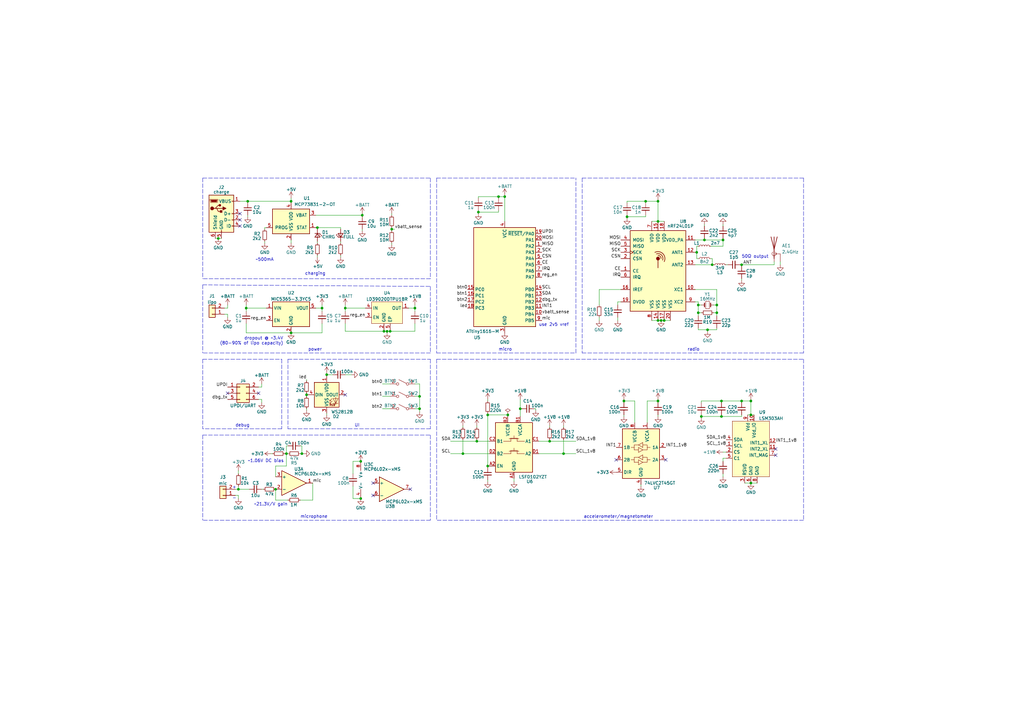
<source format=kicad_sch>
(kicad_sch (version 20211123) (generator eeschema)
  (paper "A3")
  (junction (at 119.38 82.55))
  (junction (at 141.605 126.365))
  (junction (at 296.545 98.425))
  (junction (at 269.875 90.805))
  (junction (at 287.655 170.815))
  (junction (at 147.955 204.47))
  (junction (at 200.025 191.135))
  (junction (at 147.955 189.23))
  (junction (at 113.03 200.66))
  (junction (at 189.865 186.055))
  (junction (at 294.005 125.095))
  (junction (at 123.825 186.055))
  (junction (at 225.425 180.975))
  (junction (at 89.535 97.79))
  (junction (at 170.18 126.365))
  (junction (at 125.73 161.925))
  (junction (at 207.01 80.645))
  (junction (at 101.6 82.55))
  (junction (at 231.14 186.055))
  (junction (at 257.175 88.9))
  (junction (at 172.085 162.56))
  (junction (at 290.195 135.255))
  (junction (at 271.145 131.445))
  (junction (at 133.985 153.67))
  (junction (at 288.925 98.425))
  (junction (at 269.875 82.55))
  (junction (at 307.975 164.465))
  (junction (at 269.875 164.465))
  (junction (at 117.475 186.055))
  (junction (at 285.75 103.505))
  (junction (at 195.58 180.975))
  (junction (at 264.795 82.55))
  (junction (at 160.02 135.89))
  (junction (at 97.79 200.66))
  (junction (at 119.38 136.525))
  (junction (at 286.385 125.095))
  (junction (at 269.875 131.445))
  (junction (at 100.965 126.365))
  (junction (at 272.415 131.445))
  (junction (at 196.215 86.995))
  (junction (at 304.165 164.465))
  (junction (at 130.175 93.345))
  (junction (at 307.975 170.18))
  (junction (at 295.91 170.815))
  (junction (at 172.085 167.64))
  (junction (at 148.59 88.265))
  (junction (at 307.975 198.12))
  (junction (at 294.005 128.27))
  (junction (at 255.905 164.465))
  (junction (at 158.75 135.89))
  (junction (at 204.47 80.645))
  (junction (at 132.08 126.365))
  (junction (at 292.1 108.585))
  (junction (at 304.165 108.585))
  (junction (at 157.48 135.89))
  (junction (at 295.91 164.465))
  (junction (at 200.025 170.18))
  (junction (at 213.36 167.64))
  (junction (at 286.385 128.27))
  (junction (at 160.655 93.98))
  (junction (at 208.28 170.18))
  (no_connect (at 93.345 161.29))
  (no_connect (at 153.035 198.12))
  (no_connect (at 153.035 203.2))
  (no_connect (at 168.275 200.66))
  (no_connect (at 141.605 161.925))
  (no_connect (at 106.045 161.29))
  (no_connect (at 318.135 186.69))
  (no_connect (at 318.135 184.15))
  (no_connect (at 98.425 87.63))
  (no_connect (at 98.425 92.71))
  (no_connect (at 98.425 90.17))
  (no_connect (at 273.05 188.595))
  (no_connect (at 252.73 188.595))
  (wire (pts (xy 148.59 88.265) (xy 148.59 88.9)))
  (wire (pts (xy 172.085 167.64) (xy 170.18 167.64)))
  (wire (pts (xy 285.75 106.045) (xy 286.385 106.045)))
  (wire (pts (xy 294.005 129.54) (xy 294.005 128.27)))
  (wire (pts (xy 89.535 97.79) (xy 90.805 97.79)))
  (wire (pts (xy 208.28 170.18) (xy 200.025 170.18)))
  (wire (pts (xy 304.165 170.815) (xy 304.165 170.18)))
  (wire (pts (xy 294.005 118.745) (xy 294.005 125.095)))
  (wire (pts (xy 257.175 82.55) (xy 264.795 82.55)))
  (wire (pts (xy 141.605 126.365) (xy 141.605 127.635)))
  (wire (pts (xy 291.465 106.045) (xy 292.1 106.045)))
  (wire (pts (xy 118.11 205.105) (xy 113.03 205.105)))
  (wire (pts (xy 257.175 88.265) (xy 257.175 88.9)))
  (wire (pts (xy 285.115 108.585) (xy 292.1 108.585)))
  (wire (pts (xy 107.315 157.48) (xy 107.315 158.75)))
  (wire (pts (xy 108.585 93.345) (xy 109.22 93.345)))
  (wire (pts (xy 307.975 164.465) (xy 307.975 170.18)))
  (wire (pts (xy 267.335 131.445) (xy 269.875 131.445)))
  (wire (pts (xy 132.08 125.095) (xy 132.08 126.365)))
  (wire (pts (xy 196.215 81.28) (xy 196.215 80.645)))
  (wire (pts (xy 97.79 193.04) (xy 97.79 194.31)))
  (wire (pts (xy 285.115 103.505) (xy 285.75 103.505)))
  (wire (pts (xy 285.115 123.825) (xy 286.385 123.825)))
  (wire (pts (xy 107.315 163.83) (xy 106.045 163.83)))
  (wire (pts (xy 172.085 167.64) (xy 172.085 168.91)))
  (wire (pts (xy 130.175 93.345) (xy 139.7 93.345)))
  (wire (pts (xy 255.905 164.465) (xy 260.35 164.465)))
  (wire (pts (xy 139.7 99.06) (xy 139.7 99.695)))
  (wire (pts (xy 101.6 88.265) (xy 101.6 88.9)))
  (wire (pts (xy 306.705 170.18) (xy 307.975 170.18)))
  (wire (pts (xy 287.655 170.815) (xy 295.91 170.815)))
  (wire (pts (xy 269.875 131.445) (xy 271.145 131.445)))
  (wire (pts (xy 271.145 131.445) (xy 272.415 131.445)))
  (wire (pts (xy 200.025 169.545) (xy 200.025 170.18)))
  (wire (pts (xy 157.48 135.89) (xy 157.48 135.255)))
  (wire (pts (xy 262.89 198.755) (xy 262.89 199.39)))
  (polyline (pts (xy 329.565 147.32) (xy 329.565 213.36)))
  (wire (pts (xy 125.73 161.925) (xy 125.73 161.29)))
  (wire (pts (xy 286.385 134.62) (xy 286.385 135.255)))
  (wire (pts (xy 139.7 93.98) (xy 139.7 93.345)))
  (wire (pts (xy 123.825 182.88) (xy 123.825 186.055)))
  (wire (pts (xy 287.655 125.095) (xy 286.385 125.095)))
  (wire (pts (xy 160.02 135.255) (xy 160.02 135.89)))
  (wire (pts (xy 305.435 198.12) (xy 307.975 198.12)))
  (wire (pts (xy 144.78 199.39) (xy 144.78 204.47)))
  (wire (pts (xy 225.425 180.975) (xy 220.98 180.975)))
  (wire (pts (xy 254.635 123.825) (xy 253.365 123.825)))
  (polyline (pts (xy 83.185 73.025) (xy 83.185 114.3)))
  (wire (pts (xy 184.785 186.055) (xy 189.865 186.055)))
  (wire (pts (xy 133.985 153.67) (xy 133.985 153.035)))
  (wire (pts (xy 129.54 126.365) (xy 132.08 126.365)))
  (wire (pts (xy 285.115 98.425) (xy 288.925 98.425)))
  (wire (pts (xy 296.545 98.425) (xy 296.545 97.79)))
  (wire (pts (xy 136.525 153.67) (xy 133.985 153.67)))
  (polyline (pts (xy 176.53 114.3) (xy 83.185 114.3)))
  (wire (pts (xy 296.545 194.31) (xy 296.545 195.58)))
  (wire (pts (xy 100.965 125.095) (xy 100.965 126.365)))
  (wire (pts (xy 291.465 100.965) (xy 296.545 100.965)))
  (wire (pts (xy 129.54 88.265) (xy 148.59 88.265)))
  (wire (pts (xy 269.875 90.805) (xy 272.415 90.805)))
  (wire (pts (xy 125.73 167.64) (xy 125.73 168.275)))
  (wire (pts (xy 141.605 153.67) (xy 144.145 153.67)))
  (wire (pts (xy 133.985 170.18) (xy 133.985 169.545)))
  (wire (pts (xy 107.315 158.75) (xy 106.045 158.75)))
  (wire (pts (xy 130.175 104.775) (xy 130.175 105.41)))
  (wire (pts (xy 117.475 186.055) (xy 117.475 191.135)))
  (wire (pts (xy 257.175 88.9) (xy 257.175 89.535)))
  (wire (pts (xy 158.75 136.525) (xy 158.75 135.89)))
  (wire (pts (xy 113.03 195.58) (xy 113.03 191.135)))
  (wire (pts (xy 231.14 174.625) (xy 231.14 175.26)))
  (wire (pts (xy 307.975 164.465) (xy 307.975 163.83)))
  (polyline (pts (xy 83.185 147.32) (xy 115.57 147.32)))
  (wire (pts (xy 292.1 108.585) (xy 292.735 108.585)))
  (wire (pts (xy 118.11 182.88) (xy 117.475 182.88)))
  (wire (pts (xy 97.79 200.66) (xy 102.235 200.66)))
  (wire (pts (xy 269.875 170.18) (xy 269.875 170.815)))
  (wire (pts (xy 317.5 108.585) (xy 317.5 107.315)))
  (wire (pts (xy 290.195 135.255) (xy 294.005 135.255)))
  (polyline (pts (xy 179.07 147.32) (xy 179.07 213.36)))
  (wire (pts (xy 294.005 135.255) (xy 294.005 134.62)))
  (wire (pts (xy 172.085 162.56) (xy 170.18 162.56)))
  (wire (pts (xy 296.545 185.42) (xy 297.815 185.42)))
  (polyline (pts (xy 236.22 144.78) (xy 236.22 73.025)))
  (wire (pts (xy 100.965 136.525) (xy 119.38 136.525)))
  (wire (pts (xy 307.975 198.12) (xy 310.515 198.12)))
  (wire (pts (xy 108.585 93.98) (xy 108.585 93.345)))
  (wire (pts (xy 304.165 165.1) (xy 304.165 164.465)))
  (polyline (pts (xy 115.57 147.32) (xy 115.57 175.895)))
  (polyline (pts (xy 176.53 144.78) (xy 83.185 144.78)))
  (wire (pts (xy 189.865 174.625) (xy 189.865 175.26)))
  (wire (pts (xy 97.79 200.66) (xy 97.79 199.39)))
  (wire (pts (xy 160.655 93.345) (xy 160.655 93.98)))
  (wire (pts (xy 141.605 135.89) (xy 157.48 135.89)))
  (polyline (pts (xy 238.76 73.025) (xy 238.76 144.78)))
  (wire (pts (xy 196.215 86.36) (xy 196.215 86.995)))
  (wire (pts (xy 195.58 180.34) (xy 195.58 180.975)))
  (wire (pts (xy 294.005 128.27) (xy 294.005 125.095)))
  (wire (pts (xy 245.745 125.095) (xy 245.745 118.745)))
  (wire (pts (xy 195.58 174.625) (xy 195.58 175.26)))
  (wire (pts (xy 96.52 203.2) (xy 97.79 203.2)))
  (wire (pts (xy 287.655 170.18) (xy 287.655 170.815)))
  (wire (pts (xy 172.085 162.56) (xy 172.085 167.64)))
  (wire (pts (xy 200.025 191.135) (xy 200.66 191.135)))
  (wire (pts (xy 196.215 87.63) (xy 196.215 86.995)))
  (wire (pts (xy 257.175 83.185) (xy 257.175 82.55)))
  (wire (pts (xy 213.36 163.83) (xy 213.36 167.64)))
  (wire (pts (xy 123.19 205.105) (xy 128.27 205.105)))
  (wire (pts (xy 296.545 92.075) (xy 296.545 92.71)))
  (polyline (pts (xy 83.185 73.025) (xy 176.53 73.025)))
  (wire (pts (xy 295.91 170.815) (xy 304.165 170.815)))
  (wire (pts (xy 231.14 186.055) (xy 220.98 186.055)))
  (wire (pts (xy 92.075 128.905) (xy 93.345 128.905)))
  (wire (pts (xy 267.335 90.805) (xy 269.875 90.805)))
  (wire (pts (xy 117.475 186.055) (xy 118.11 186.055)))
  (wire (pts (xy 255.905 164.465) (xy 255.905 165.1)))
  (wire (pts (xy 292.735 128.27) (xy 294.005 128.27)))
  (wire (pts (xy 117.475 182.88) (xy 117.475 186.055)))
  (wire (pts (xy 304.165 164.465) (xy 307.975 164.465)))
  (wire (pts (xy 286.385 135.255) (xy 290.195 135.255)))
  (polyline (pts (xy 83.185 116.84) (xy 176.53 117.475)))
  (wire (pts (xy 130.175 99.06) (xy 130.175 99.695)))
  (wire (pts (xy 125.73 161.925) (xy 125.73 162.56)))
  (wire (pts (xy 307.975 170.18) (xy 309.245 170.18)))
  (wire (pts (xy 210.82 196.215) (xy 210.82 197.485)))
  (wire (pts (xy 119.38 136.525) (xy 132.08 136.525)))
  (wire (pts (xy 286.385 100.965) (xy 285.75 100.965)))
  (polyline (pts (xy 179.07 144.78) (xy 236.22 144.78)))
  (wire (pts (xy 286.385 123.825) (xy 286.385 125.095)))
  (wire (pts (xy 101.6 82.55) (xy 101.6 83.185)))
  (wire (pts (xy 132.08 127.635) (xy 132.08 126.365)))
  (wire (pts (xy 107.315 165.1) (xy 107.315 163.83)))
  (wire (pts (xy 184.785 180.975) (xy 195.58 180.975)))
  (polyline (pts (xy 176.53 147.32) (xy 176.53 175.895)))
  (wire (pts (xy 297.815 108.585) (xy 298.45 108.585)))
  (wire (pts (xy 129.54 93.345) (xy 130.175 93.345)))
  (wire (pts (xy 296.545 98.425) (xy 296.545 100.965)))
  (wire (pts (xy 124.46 186.055) (xy 123.825 186.055)))
  (wire (pts (xy 288.925 98.425) (xy 296.545 98.425)))
  (wire (pts (xy 207.01 80.645) (xy 207.01 90.805)))
  (wire (pts (xy 260.35 164.465) (xy 260.35 173.355)))
  (wire (pts (xy 196.215 86.995) (xy 204.47 86.995)))
  (wire (pts (xy 97.79 203.2) (xy 97.79 204.47)))
  (wire (pts (xy 269.875 82.55) (xy 269.875 90.805)))
  (wire (pts (xy 125.73 155.575) (xy 125.73 156.21)))
  (polyline (pts (xy 179.07 73.025) (xy 179.07 144.78)))
  (wire (pts (xy 144.78 194.31) (xy 144.78 189.23)))
  (wire (pts (xy 123.19 182.88) (xy 123.825 182.88)))
  (wire (pts (xy 160.655 87.63) (xy 160.655 88.265)))
  (wire (pts (xy 245.745 130.175) (xy 245.745 131.445)))
  (wire (pts (xy 219.075 167.64) (xy 219.71 167.64)))
  (wire (pts (xy 290.195 135.255) (xy 290.195 135.89)))
  (wire (pts (xy 285.115 118.745) (xy 294.005 118.745)))
  (wire (pts (xy 157.48 135.89) (xy 158.75 135.89)))
  (polyline (pts (xy 118.11 147.32) (xy 176.53 147.32)))
  (wire (pts (xy 111.125 186.055) (xy 111.76 186.055)))
  (wire (pts (xy 225.425 180.34) (xy 225.425 180.975)))
  (polyline (pts (xy 176.53 117.475) (xy 176.53 144.78)))
  (wire (pts (xy 285.75 100.965) (xy 285.75 103.505)))
  (wire (pts (xy 304.165 108.585) (xy 304.165 109.22)))
  (wire (pts (xy 126.365 161.925) (xy 125.73 161.925)))
  (wire (pts (xy 287.655 170.815) (xy 287.655 171.45)))
  (wire (pts (xy 264.795 82.55) (xy 269.875 82.55)))
  (wire (pts (xy 133.985 153.67) (xy 133.985 154.305)))
  (wire (pts (xy 272.415 131.445) (xy 274.955 131.445)))
  (wire (pts (xy 292.1 106.045) (xy 292.1 108.585)))
  (wire (pts (xy 264.795 82.55) (xy 264.795 83.185)))
  (wire (pts (xy 189.865 180.34) (xy 189.865 186.055)))
  (wire (pts (xy 160.655 99.695) (xy 160.655 100.33)))
  (wire (pts (xy 296.545 187.96) (xy 296.545 189.23)))
  (wire (pts (xy 170.18 157.48) (xy 172.085 157.48)))
  (wire (pts (xy 304.165 114.3) (xy 304.165 114.935)))
  (wire (pts (xy 287.655 164.465) (xy 287.655 165.1)))
  (wire (pts (xy 109.22 126.365) (xy 100.965 126.365)))
  (wire (pts (xy 189.865 186.055) (xy 200.66 186.055)))
  (wire (pts (xy 295.91 164.465) (xy 295.91 165.1)))
  (wire (pts (xy 160.655 93.98) (xy 161.925 93.98)))
  (wire (pts (xy 117.475 191.135) (xy 113.03 191.135)))
  (wire (pts (xy 294.005 125.095) (xy 292.735 125.095)))
  (wire (pts (xy 265.43 164.465) (xy 269.875 164.465)))
  (wire (pts (xy 295.91 164.465) (xy 287.655 164.465)))
  (polyline (pts (xy 83.185 178.435) (xy 176.53 178.435)))
  (wire (pts (xy 269.875 82.55) (xy 269.875 81.915)))
  (polyline (pts (xy 176.53 178.435) (xy 176.53 213.36)))
  (wire (pts (xy 149.86 126.365) (xy 141.605 126.365)))
  (polyline (pts (xy 179.07 147.32) (xy 329.565 147.32)))
  (wire (pts (xy 200.025 163.83) (xy 200.025 164.465)))
  (wire (pts (xy 101.6 82.55) (xy 119.38 82.55)))
  (polyline (pts (xy 83.185 147.32) (xy 83.185 175.895)))
  (wire (pts (xy 295.91 170.18) (xy 295.91 170.815)))
  (wire (pts (xy 213.36 167.64) (xy 213.36 170.815)))
  (wire (pts (xy 170.18 127.635) (xy 170.18 126.365)))
  (wire (pts (xy 119.38 98.425) (xy 119.38 99.695)))
  (wire (pts (xy 303.53 108.585) (xy 304.165 108.585)))
  (wire (pts (xy 304.165 164.465) (xy 295.91 164.465)))
  (polyline (pts (xy 329.565 213.36) (xy 179.07 213.36)))
  (wire (pts (xy 204.47 86.995) (xy 204.47 86.36)))
  (polyline (pts (xy 179.07 73.025) (xy 236.22 73.025)))
  (wire (pts (xy 128.27 205.105) (xy 128.27 198.12)))
  (wire (pts (xy 160.02 162.56) (xy 156.845 162.56)))
  (wire (pts (xy 288.925 97.79) (xy 288.925 98.425)))
  (wire (pts (xy 100.965 132.715) (xy 100.965 136.525)))
  (wire (pts (xy 253.365 123.825) (xy 253.365 125.095)))
  (wire (pts (xy 113.03 205.105) (xy 113.03 200.66)))
  (wire (pts (xy 108.585 99.06) (xy 108.585 99.695)))
  (wire (pts (xy 119.38 81.28) (xy 119.38 82.55)))
  (wire (pts (xy 148.59 88.265) (xy 148.59 87.63)))
  (wire (pts (xy 219.71 167.64) (xy 219.71 168.275)))
  (polyline (pts (xy 329.565 73.025) (xy 329.565 144.78)))
  (wire (pts (xy 160.02 167.64) (xy 156.845 167.64)))
  (wire (pts (xy 195.58 180.975) (xy 200.66 180.975)))
  (polyline (pts (xy 118.11 147.32) (xy 118.11 175.895)))
  (wire (pts (xy 148.59 93.98) (xy 148.59 94.615)))
  (polyline (pts (xy 176.53 213.36) (xy 83.185 213.36)))
  (wire (pts (xy 269.875 163.83) (xy 269.875 164.465)))
  (polyline (pts (xy 238.76 73.025) (xy 329.565 73.025)))
  (wire (pts (xy 107.315 200.66) (xy 107.95 200.66)))
  (wire (pts (xy 236.22 180.975) (xy 225.425 180.975)))
  (wire (pts (xy 160.02 157.48) (xy 156.845 157.48)))
  (wire (pts (xy 119.38 82.55) (xy 119.38 83.185)))
  (wire (pts (xy 116.84 186.055) (xy 117.475 186.055)))
  (wire (pts (xy 225.425 174.625) (xy 225.425 175.26)))
  (wire (pts (xy 200.025 196.85) (xy 200.025 197.485)))
  (wire (pts (xy 172.085 157.48) (xy 172.085 162.56)))
  (polyline (pts (xy 329.565 144.78) (xy 238.76 144.78)))
  (wire (pts (xy 304.165 108.585) (xy 317.5 108.585)))
  (wire (pts (xy 200.025 170.18) (xy 200.025 191.135)))
  (wire (pts (xy 269.875 164.465) (xy 269.875 165.1)))
  (wire (pts (xy 320.04 107.315) (xy 320.04 108.585)))
  (polyline (pts (xy 83.185 116.84) (xy 83.185 144.78)))
  (wire (pts (xy 200.025 191.135) (xy 200.025 191.77)))
  (wire (pts (xy 236.22 186.055) (xy 231.14 186.055)))
  (wire (pts (xy 96.52 200.66) (xy 97.79 200.66)))
  (wire (pts (xy 207.01 80.01) (xy 207.01 80.645)))
  (wire (pts (xy 170.18 126.365) (xy 167.64 126.365)))
  (wire (pts (xy 141.605 132.715) (xy 141.605 135.89)))
  (wire (pts (xy 204.47 80.645) (xy 204.47 81.28)))
  (polyline (pts (xy 176.53 73.025) (xy 176.53 114.3)))
  (wire (pts (xy 255.905 170.18) (xy 255.905 170.815)))
  (polyline (pts (xy 115.57 175.895) (xy 83.185 175.895)))
  (wire (pts (xy 255.905 163.83) (xy 255.905 164.465)))
  (wire (pts (xy 287.655 128.27) (xy 286.385 128.27)))
  (wire (pts (xy 144.78 204.47) (xy 147.955 204.47)))
  (wire (pts (xy 93.345 126.365) (xy 93.345 125.095)))
  (polyline (pts (xy 83.185 178.435) (xy 83.185 213.36)))
  (wire (pts (xy 93.345 128.905) (xy 93.345 130.175)))
  (wire (pts (xy 160.02 135.89) (xy 170.18 135.89)))
  (wire (pts (xy 204.47 80.645) (xy 207.01 80.645)))
  (wire (pts (xy 144.78 189.23) (xy 147.955 189.23)))
  (wire (pts (xy 139.7 104.775) (xy 139.7 105.41)))
  (wire (pts (xy 170.18 135.89) (xy 170.18 132.715)))
  (wire (pts (xy 100.965 126.365) (xy 100.965 127.635)))
  (wire (pts (xy 286.385 128.27) (xy 286.385 129.54)))
  (wire (pts (xy 158.75 135.89) (xy 160.02 135.89)))
  (wire (pts (xy 208.28 170.18) (xy 208.28 170.815)))
  (wire (pts (xy 88.265 97.79) (xy 89.535 97.79)))
  (wire (pts (xy 92.075 126.365) (xy 93.345 126.365)))
  (wire (pts (xy 196.215 80.645) (xy 204.47 80.645)))
  (wire (pts (xy 288.925 92.075) (xy 288.925 92.71)))
  (wire (pts (xy 141.605 125.095) (xy 141.605 126.365)))
  (wire (pts (xy 245.745 118.745) (xy 254.635 118.745)))
  (wire (pts (xy 98.425 82.55) (xy 101.6 82.55)))
  (wire (pts (xy 286.385 125.095) (xy 286.385 128.27)))
  (wire (pts (xy 130.175 93.345) (xy 130.175 93.98)))
  (wire (pts (xy 257.175 88.9) (xy 264.795 88.9)))
  (wire (pts (xy 231.14 180.34) (xy 231.14 186.055)))
  (wire (pts (xy 265.43 173.355) (xy 265.43 164.465)))
  (wire (pts (xy 213.36 167.64) (xy 213.995 167.64)))
  (wire (pts (xy 123.825 186.055) (xy 123.19 186.055)))
  (wire (pts (xy 285.75 103.505) (xy 285.75 106.045)))
  (polyline (pts (xy 176.53 175.895) (xy 118.11 175.895)))
  (wire (pts (xy 170.18 125.095) (xy 170.18 126.365)))
  (wire (pts (xy 160.655 93.98) (xy 160.655 94.615)))
  (wire (pts (xy 253.365 130.175) (xy 253.365 131.445)))
  (wire (pts (xy 132.08 136.525) (xy 132.08 132.715)))
  (wire (pts (xy 264.795 88.9) (xy 264.795 88.265)))
  (wire (pts (xy 297.815 187.96) (xy 296.545 187.96)))
  (text "~500mA" (at 104.775 107.315 0) (effects (font (size 1.27 1.27)) (justify left bottom)))
  (text "micro" (at 204.47 144.145 0) (effects (font (size 1.27 1.27)) (justify left bottom)))
  (text "charging" (at 125.095 113.03 0) (effects (font (size 1.27 1.27)) (justify left bottom)))
  (text "+" (at 95.25 200.66 0) (effects (font (size 1.27 1.27)) (justify left bottom)))
  (text "-" (at 95.25 205.105 0) (effects (font (size 1.27 1.27)) (justify left bottom)))
  (text "50Ω output" (at 304.165 106.045 0) (effects (font (size 1.27 1.27)) (justify left bottom)))
  (text "microphone" (at 123.19 212.725 0) (effects (font (size 1.27 1.27)) (justify left bottom)))
  (text "power" (at 126.365 144.145 0) (effects (font (size 1.27 1.27)) (justify left bottom)))
  (text "debug" (at 96.52 175.26 0) (effects (font (size 1.27 1.27)) (justify left bottom)))
  (text "radio" (at 281.94 144.145 0) (effects (font (size 1.27 1.27)) (justify left bottom)))
  (text "~21.3V/V gain" (at 104.14 207.645 0) (effects (font (size 1.27 1.27)) (justify left bottom)))
  (text "use 2v5 vref" (at 220.98 133.985 0) (effects (font (size 1.27 1.27)) (justify left bottom)))
  (text "accelerometer/magnetometer" (at 239.395 212.725 0) (effects (font (size 1.27 1.27)) (justify left bottom)))
  (text "UI" (at 145.415 175.26 0) (effects (font (size 1.27 1.27)) (justify left bottom)))
  (text "~1.06V DC bias" (at 101.6 189.865 0) (effects (font (size 1.27 1.27)) (justify left bottom)))
  (text "dropout @ ~3.4V\n(80-90% of lipo capacity)" (at 116.205 141.605 180) (effects (font (size 1.27 1.27)) (justify right bottom)))
  (label "SCL" (at 184.785 186.055 180))
  (label "UPDI" (at 93.345 158.75 180))
  (label "INT1" (at 222.25 126.365 0))
  (label "SCL_1v8" (at 297.815 182.88 180))
  (label "btn1" (at 191.77 121.285 180))
  (label "SCL" (at 222.25 118.745 0))
  (label "CSN" (at 254.635 106.045 180))
  (label "dbg_tx" (at 93.345 163.83 180))
  (label "CE" (at 222.25 108.585 0))
  (label "SCK" (at 222.25 103.505 0))
  (label "INT1" (at 252.73 183.515 180))
  (label "SDA" (at 222.25 121.285 0))
  (label "reg_en" (at 109.22 131.445 180))
  (label "IRQ" (at 222.25 111.125 0))
  (label "SDA" (at 184.785 180.975 180))
  (label "IRQ" (at 254.635 113.665 180))
  (label "led" (at 125.73 155.575 180))
  (label "led" (at 191.77 126.365 180))
  (label "vbatt_sense" (at 222.25 128.905 0))
  (label "reg_en" (at 149.86 130.175 180))
  (label "SDA_1v8" (at 236.22 180.975 0))
  (label "INT1_1v8" (at 273.05 183.515 0))
  (label "vbatt_sense" (at 161.925 93.98 0))
  (label "dbg_tx" (at 222.25 123.825 0))
  (label "CSN" (at 222.25 106.045 0))
  (label "reg_en" (at 222.25 113.665 0))
  (label "UPDI" (at 222.25 95.885 0))
  (label "CE" (at 254.635 111.125 180))
  (label "SDA_1v8" (at 297.815 180.34 180))
  (label "btn0" (at 191.77 118.745 180))
  (label "btn2" (at 156.845 167.64 180))
  (label "SCK" (at 254.635 103.505 180))
  (label "SCL_1v8" (at 236.22 186.055 0))
  (label "ANT" (at 304.8 108.585 0))
  (label "MOSI" (at 254.635 98.425 180))
  (label "INT1_1v8" (at 318.135 181.61 0))
  (label "btn1" (at 156.845 162.56 180))
  (label "mic" (at 128.27 198.12 0))
  (label "MOSI" (at 222.25 98.425 0))
  (label "btn2" (at 191.77 123.825 180))
  (label "btn0" (at 156.845 157.48 180))
  (label "mic" (at 222.25 131.445 0))
  (label "MISO" (at 254.635 100.965 180))
  (label "MISO" (at 222.25 100.965 0))
  (symbol (lib_id "Switch:SW_SPST") (at 165.1 162.56 0) (mirror y) (unit 1)
    (property "Reference" "SW2" (at 171.45 161.29 0) (effects (justify left)))
    (property "Value" "BTN1" (at 162.56 161.29 0) (effects (justify left)))
    (property "Footprint" "extraparts:SW_SPST_EVPAF" (effects hide))
  )
  (symbol (lib_id "extraparts:LSM303AH") (at 307.975 184.15 0) (unit 1)
    (property "Reference" "U9" (at 311.2644 169.071 0) (effects (justify left)))
    (property "Value" "LSM303AH" (at 311.2644 171.6079 0) (effects (justify left)))
    (property "Footprint" "Package_LGA:LGA-12_2x2mm_P0.5mm" (effects hide))
  )
  (symbol (lib_id "Device:LED_Small") (at 139.7 96.52 90) (unit 1)
    (property "Reference" "D3" (at 143.51 95.25 90) (effects (justify left)))
    (property "Value" "FULL" (at 145.415 97.155 90) (effects (justify left)))
    (property "Footprint" "LED_SMD:LED_0603_1608Metric" (effects hide))
  )
  (symbol (lib_id "power:+1V8") (at 225.425 174.625 0) (unit 1)
    (property "Reference" "#PWR043" (effects hide))
    (property "Value" "+1V8" (at 225.425 171.0492 0))
  )
  (symbol (lib_id "Device:C_Small") (at 286.385 132.08 0) (unit 1)
    (property "Reference" "C20" (at 280.67 131.445 0) (effects (justify left)))
    (property "Value" "22p" (at 280.67 133.35 0) (effects (justify left)))
    (property "Footprint" "Capacitor_SMD:C_0603_1608Metric" (effects hide))
  )
  (symbol (lib_id "Device:L_Small") (at 295.275 108.585 90) (unit 1)
    (property "Reference" "L3" (at 295.275 111.76 90))
    (property "Value" "3n9" (at 295.275 109.855 90))
    (property "Footprint" "Inductor_SMD:L_0603_1608Metric" (effects hide))
  )
  (symbol (lib_id "Device:R_Small") (at 125.73 165.1 0) (unit 1)
    (property "Reference" "R8" (at 121.92 164.465 0) (effects (justify left)))
    (property "Value" "10k" (at 121.285 166.37 0) (effects (justify left)))
    (property "Footprint" "Resistor_SMD:R_0603_1608Metric" (effects hide))
  )
  (symbol (lib_id "Battery_Management:MCP73831-2-OT") (at 119.38 90.805 0) (unit 1)
    (property "Reference" "U1" (at 124.46 81.28 0) (effects (justify left)))
    (property "Value" "MCP73831-2-OT" (at 120.65 83.82 0) (effects (justify left)))
    (property "Footprint" "Package_TO_SOT_SMD:SOT-23-5" (effects hide))
    (property "Datasheet" "http://ww1.microchip.com/downloads/en/DeviceDoc/20001984g.pdf" (effects hide))
  )
  (symbol (lib_id "Device:C_Small") (at 120.65 182.88 270) (unit 1)
    (property "Reference" "C4" (at 116.84 181.61 90) (effects (justify left)))
    (property "Value" "100n" (at 121.92 181.61 90) (effects (justify left)))
    (property "Footprint" "Capacitor_SMD:C_0603_1608Metric" (effects hide))
  )
  (symbol (lib_id "Device:C_Small") (at 264.795 85.725 0) (unit 1)
    (property "Reference" "C18" (at 259.08 85.09 0) (effects (justify left)))
    (property "Value" "1n" (at 260.35 86.995 0) (effects (justify left)))
    (property "Footprint" "Capacitor_SMD:C_0603_1608Metric" (effects hide))
  )
  (symbol (lib_id "power:GND") (at 245.745 131.445 0) (mirror y) (unit 1)
    (property "Reference" "#PWR045" (effects hide))
    (property "Value" "GND" (at 245.745 135.255 0))
  )
  (symbol (lib_id "power:GND") (at 253.365 131.445 0) (mirror y) (unit 1)
    (property "Reference" "#PWR047" (effects hide))
    (property "Value" "GND" (at 253.365 135.255 0))
  )
  (symbol (lib_id "power:+3V3") (at 252.73 193.675 90) (unit 1)
    (property "Reference" "#PWR046" (effects hide))
    (property "Value" "+3V3" (at 244.475 193.675 90) (effects (justify right)))
  )
  (symbol (lib_id "Device:R_Small") (at 200.025 167.005 0) (mirror y) (unit 1)
    (property "Reference" "R15" (at 205.105 166.37 0) (effects (justify left)))
    (property "Value" "220k" (at 205.74 168.275 0) (effects (justify left)))
    (property "Footprint" "Resistor_SMD:R_0603_1608Metric" (effects hide))
  )
  (symbol (lib_id "power:GND") (at 320.04 108.585 0) (mirror y) (unit 1)
    (property "Reference" "#PWR065" (effects hide))
    (property "Value" "GND" (at 320.04 112.395 0))
  )
  (symbol (lib_id "Device:C_Small") (at 288.925 95.25 0) (mirror y) (unit 1)
    (property "Reference" "C22" (at 294.64 94.615 0) (effects (justify left)))
    (property "Value" "2n2" (at 294.64 96.52 0) (effects (justify left)))
    (property "Footprint" "Capacitor_SMD:C_0603_1608Metric" (effects hide))
  )
  (symbol (lib_id "power:GND") (at 271.145 131.445 0) (mirror y) (unit 1)
    (property "Reference" "#PWR055" (effects hide))
    (property "Value" "GND" (at 271.145 135.255 0))
  )
  (symbol (lib_id "power:GND") (at 124.46 186.055 90) (mirror x) (unit 1)
    (property "Reference" "#PWR015" (effects hide))
    (property "Value" "GND" (at 129.54 186.055 90))
  )
  (symbol (lib_id "power:GND") (at 200.025 197.485 0) (unit 1)
    (property "Reference" "#PWR037" (effects hide))
    (property "Value" "GND" (at 200.025 201.295 0))
  )
  (symbol (lib_id "Logic_LevelTranslator:TXS0102YZP") (at 210.82 183.515 0) (mirror y) (unit 1)
    (property "Reference" "U6" (at 215.9 197.485 0) (effects (justify right)))
    (property "Value" "LSF0102YZT" (at 212.725 195.58 0) (effects (justify right)))
    (property "Footprint" "Package_BGA:Texas_DSBGA-8_0.9x1.9mm_Layout2x4_P0.5mm" (effects hide))
    (property "Datasheet" "http://www.ti.com/lit/gpn/txs0102" (effects hide))
  )
  (symbol (lib_id "Device:R_Small") (at 245.745 127.635 0) (unit 1)
    (property "Reference" "R18" (at 240.665 127 0) (effects (justify left)))
    (property "Value" "22k" (at 241.3 128.905 0) (effects (justify left)))
    (property "Footprint" "Resistor_SMD:R_0603_1608Metric" (effects hide))
  )
  (symbol (lib_id "Device:Crystal_Small") (at 290.195 125.095 0) (unit 1)
    (property "Reference" "Y1" (at 290.195 120.65 0))
    (property "Value" "16MHz" (at 290.195 122.5351 0))
    (property "Footprint" "Crystal:Crystal_HC49-4H_Vertical" (effects hide))
  )
  (symbol (lib_id "Device:C_Small") (at 216.535 167.64 90) (mirror x) (unit 1)
    (property "Reference" "C14" (at 218.44 164.465 90) (effects (justify left)))
    (property "Value" "100n" (at 222.885 166.37 90) (effects (justify left)))
    (property "Footprint" "Capacitor_SMD:C_0603_1608Metric" (effects hide))
  )
  (symbol (lib_id "power:GND") (at 172.085 168.91 0) (mirror y) (unit 1)
    (property "Reference" "#PWR032" (effects hide))
    (property "Value" "GND" (at 172.085 172.72 0))
  )
  (symbol (lib_id "Device:C_Small") (at 294.005 132.08 0) (mirror y) (unit 1)
    (property "Reference" "C23" (at 299.72 131.445 0) (effects (justify left)))
    (property "Value" "22p" (at 299.72 133.35 0) (effects (justify left)))
    (property "Footprint" "Capacitor_SMD:C_0603_1608Metric" (effects hide))
  )
  (symbol (lib_id "power:GND") (at 262.89 199.39 0) (unit 1)
    (property "Reference" "#PWR051" (effects hide))
    (property "Value" "GND" (at 262.89 203.2 0))
  )
  (symbol (lib_id "power:GND") (at 160.655 100.33 0) (unit 1)
    (property "Reference" "#PWR030" (effects hide))
    (property "Value" "GND" (at 160.655 104.14 0))
  )
  (symbol (lib_id "power:GND") (at 133.985 170.18 0) (mirror y) (unit 1)
    (property "Reference" "#PWR020" (effects hide))
    (property "Value" "GND" (at 133.985 173.99 0))
  )
  (symbol (lib_id "power:GND") (at 101.6 88.9 0) (unit 1)
    (property "Reference" "#PWR07" (effects hide))
    (property "Value" "GND" (at 101.6 92.71 0))
  )
  (symbol (lib_id "Device:R_Small") (at 160.655 90.805 0) (unit 1)
    (property "Reference" "R11" (at 155.575 90.17 0) (effects (justify left)))
    (property "Value" "10M" (at 155.575 92.075 0) (effects (justify left)))
    (property "Footprint" "Resistor_SMD:R_0603_1608Metric" (effects hide))
  )
  (symbol (lib_id "Amplifier_Operational:MCP6L02x-xMS") (at 120.65 198.12 0) (unit 1)
    (property "Reference" "U3" (at 122.555 192.405 0))
    (property "Value" "MCP6L02x-xMS" (at 128.27 194.31 0))
    (property "Footprint" "Package_SO:MSOP-8_3x3mm_P0.65mm" (effects hide))
    (property "Datasheet" "http://ww1.microchip.com/downloads/en/devicedoc/22140b.pdf" (effects hide))
  )
  (symbol (lib_id "Device:C_Small") (at 304.165 167.64 0) (unit 1)
    (property "Reference" "C29" (at 298.45 167.005 0) (effects (justify left)))
    (property "Value" "100n" (at 297.815 168.91 0) (effects (justify left)))
    (property "Footprint" "Capacitor_SMD:C_0603_1608Metric" (effects hide))
  )
  (symbol (lib_id "power:GND") (at 296.545 195.58 0) (unit 1)
    (property "Reference" "#PWR061" (effects hide))
    (property "Value" "GND" (at 296.545 199.39 0))
  )
  (symbol (lib_id "Device:R_Small") (at 160.655 97.155 0) (unit 1)
    (property "Reference" "R12" (at 155.575 96.52 0) (effects (justify left)))
    (property "Value" "10M" (at 155.575 98.425 0) (effects (justify left)))
    (property "Footprint" "Resistor_SMD:R_0603_1608Metric" (effects hide))
  )
  (symbol (lib_id "power:+BATT") (at 93.345 125.095 0) (unit 1)
    (property "Reference" "#PWR02" (effects hide))
    (property "Value" "+BATT" (at 93.345 121.5192 0))
  )
  (symbol (lib_id "Device:L_Small") (at 288.925 100.965 90) (unit 1)
    (property "Reference" "L1" (at 285.75 99.695 90))
    (property "Value" "2n7" (at 293.37 99.695 90))
    (property "Footprint" "Inductor_SMD:L_0603_1608Metric" (effects hide))
  )
  (symbol (lib_id "power:+3V3") (at 111.125 186.055 90) (unit 1)
    (property "Reference" "#PWR011" (effects hide))
    (property "Value" "+3V3" (at 102.87 186.055 90) (effects (justify right)))
  )
  (symbol (lib_id "Device:C_Small") (at 287.655 167.64 0) (unit 1)
    (property "Reference" "C21" (at 281.94 167.005 0) (effects (justify left)))
    (property "Value" "10u" (at 281.94 168.91 0) (effects (justify left)))
    (property "Footprint" "Capacitor_SMD:C_0603_1608Metric" (effects hide))
  )
  (symbol (lib_id "power:GND") (at 196.215 87.63 0) (unit 1)
    (property "Reference" "#PWR035" (effects hide))
    (property "Value" "GND" (at 196.215 91.44 0))
  )
  (symbol (lib_id "Device:C_Small") (at 104.775 200.66 270) (unit 1)
    (property "Reference" "C3" (at 103.505 198.12 90) (effects (justify left)))
    (property "Value" "10u" (at 102.87 203.2 90) (effects (justify left)))
    (property "Footprint" "Capacitor_SMD:C_0603_1608Metric" (effects hide))
  )
  (symbol (lib_id "power:+3V3") (at 189.865 174.625 0) (unit 1)
    (property "Reference" "#PWR033" (effects hide))
    (property "Value" "+3V3" (at 189.865 171.0492 0))
  )
  (symbol (lib_id "RF:nRF24L01P") (at 269.875 111.125 0) (unit 1)
    (property "Reference" "U8" (at 278.765 90.805 0) (effects (justify left)))
    (property "Value" "nRF24L01P" (at 273.685 92.71 0) (effects (justify left)))
    (property "Footprint" "Package_DFN_QFN:QFN-20-1EP_4x4mm_P0.5mm_EP2.5x2.5mm" (effects hide))
    (property "Datasheet" "http://www.nordicsemi.com/eng/content/download/2726/34069/file/nRF24L01P_Product_Specification_1_0.pdf" (effects hide))
  )
  (symbol (lib_id "Device:R_Small") (at 97.79 196.85 0) (mirror y) (unit 1)
    (property "Reference" "R1" (at 101.6 196.215 0) (effects (justify left)))
    (property "Value" "10k" (at 102.235 198.12 0) (effects (justify left)))
    (property "Footprint" "Resistor_SMD:R_0603_1608Metric" (effects hide))
  )
  (symbol (lib_id "LED:WS2812B") (at 133.985 161.925 0) (unit 1)
    (property "Reference" "D2" (at 137.795 170.815 0))
    (property "Value" "WS2812B" (at 140.335 168.91 0))
    (property "Footprint" "LED_SMD:LED_SK6812MINI_PLCC4_3.5x3.5mm_P1.75mm" (effects hide))
    (property "Datasheet" "https://cdn-shop.adafruit.com/datasheets/WS2812B.pdf" (effects hide))
  )
  (symbol (lib_id "Device:C_Small") (at 144.78 196.85 0) (unit 1)
    (property "Reference" "C8" (at 140.335 196.215 0) (effects (justify left)))
    (property "Value" "100n" (at 138.43 198.12 0) (effects (justify left)))
    (property "Footprint" "Capacitor_SMD:C_0603_1608Metric" (effects hide))
  )
  (symbol (lib_id "Device:C_Small") (at 101.6 85.725 0) (mirror y) (unit 1)
    (property "Reference" "C2" (at 106.68 85.09 0) (effects (justify left)))
    (property "Value" "10u" (at 107.315 86.995 0) (effects (justify left)))
    (property "Footprint" "Capacitor_SMD:C_0603_1608Metric" (effects hide))
  )
  (symbol (lib_id "power:GND") (at 210.82 197.485 0) (unit 1)
    (property "Reference" "#PWR040" (effects hide))
    (property "Value" "GND" (at 210.82 201.295 0))
  )
  (symbol (lib_id "power:GND") (at 288.925 92.075 0) (mirror x) (unit 1)
    (property "Reference" "#PWR057" (effects hide))
    (property "Value" "GND" (at 288.925 88.265 0))
  )
  (symbol (lib_id "power:+3V3") (at 200.025 163.83 0) (unit 1)
    (property "Reference" "#PWR036" (effects hide))
    (property "Value" "+3V3" (at 200.025 160.2542 0))
  )
  (symbol (lib_id "power:+3V3") (at 132.08 125.095 0) (unit 1)
    (property "Reference" "#PWR018" (effects hide))
    (property "Value" "+3V3" (at 132.08 121.5192 0))
  )
  (symbol (lib_id "Regulator_Linear:MIC5365-3.3YC5") (at 119.38 128.905 0) (unit 1)
    (property "Reference" "U2" (at 119.38 120.1252 0))
    (property "Value" "MIC5365-3.3YC5" (at 119.38 122.6621 0))
    (property "Footprint" "Package_TO_SOT_SMD:SOT-353_SC-70-5" (effects hide))
    (property "Datasheet" "http://ww1.microchip.com/downloads/en/DeviceDoc/mic5365.pdf" (effects hide))
  )
  (symbol (lib_id "Device:C_Small") (at 170.18 130.175 0) (mirror y) (unit 1)
    (property "Reference" "C10" (at 175.895 129.54 0) (effects (justify left)))
    (property "Value" "1u" (at 174.625 131.445 0) (effects (justify left)))
    (property "Footprint" "Capacitor_SMD:C_0603_1608Metric" (effects hide))
  )
  (symbol (lib_id "Device:C_Small") (at 269.875 167.64 0) (mirror y) (unit 1)
    (property "Reference" "C19" (at 275.59 167.005 0) (effects (justify left)))
    (property "Value" "100n" (at 276.225 168.91 0) (effects (justify left)))
    (property "Footprint" "Capacitor_SMD:C_0603_1608Metric" (effects hide))
  )
  (symbol (lib_id "Device:R_Small") (at 189.865 177.8 0) (unit 1)
    (property "Reference" "R13" (at 185.42 177.165 0) (effects (justify left)))
    (property "Value" "2k2" (at 185.42 179.07 0) (effects (justify left)))
    (property "Footprint" "Resistor_SMD:R_0603_1608Metric" (effects hide))
  )
  (symbol (lib_id "power:+1V8") (at 269.875 163.83 0) (unit 1)
    (property "Reference" "#PWR053" (effects hide))
    (property "Value" "+1V8" (at 269.875 160.2542 0))
  )
  (symbol (lib_id "MCU_Microchip_ATtiny:ATtiny1616-M") (at 207.01 113.665 0) (unit 1)
    (property "Reference" "U5" (at 194.31 138.43 0) (effects (justify left)))
    (property "Value" "ATtiny1616-M" (at 191.135 135.89 0) (effects (justify left)))
    (property "Footprint" "Package_DFN_QFN:VQFN-20-1EP_3x3mm_P0.4mm_EP1.7x1.7mm" (effects hide))
    (property "Datasheet" "http://ww1.microchip.com/downloads/en/DeviceDoc/ATtiny3216_ATtiny1616-data-sheet-40001997B.pdf" (effects hide))
  )
  (symbol (lib_id "power:GND") (at 139.7 105.41 0) (unit 1)
    (property "Reference" "#PWR021" (effects hide))
    (property "Value" "GND" (at 139.7 109.22 0))
  )
  (symbol (lib_id "power:GND") (at 119.38 136.525 0) (unit 1)
    (property "Reference" "#PWR014" (effects hide))
    (property "Value" "GND" (at 119.38 140.335 0))
  )
  (symbol (lib_id "Device:L_Small") (at 288.925 106.045 90) (unit 1)
    (property "Reference" "L2" (at 288.925 104.14 90))
    (property "Value" "8n2" (at 288.925 107.315 90))
    (property "Footprint" "Inductor_SMD:L_0603_1608Metric" (effects hide))
  )
  (symbol (lib_id "power:GND") (at 307.975 198.12 0) (unit 1)
    (property "Reference" "#PWR064" (effects hide))
    (property "Value" "GND" (at 307.975 201.93 0))
  )
  (symbol (lib_id "Device:R_Small") (at 108.585 96.52 0) (unit 1)
    (property "Reference" "R2" (at 104.14 95.885 0) (effects (justify left)))
    (property "Value" "2k2" (at 103.505 97.79 0) (effects (justify left)))
    (property "Footprint" "Resistor_SMD:R_0603_1608Metric" (effects hide))
  )
  (symbol (lib_id "power:+BATT") (at 107.315 157.48 0) (unit 1)
    (property "Reference" "#PWR08" (effects hide))
    (property "Value" "+BATT" (at 107.315 153.9042 0))
  )
  (symbol (lib_id "power:+3V3") (at 147.955 189.23 0) (unit 1)
    (property "Reference" "#PWR024" (effects hide))
    (property "Value" "+3V3" (at 147.955 185.6542 0))
  )
  (symbol (lib_id "Device:C_Small") (at 139.065 153.67 90) (unit 1)
    (property "Reference" "C6" (at 137.795 152.4 90) (effects (justify left)))
    (property "Value" "100n" (at 144.78 152.4 90) (effects (justify left)))
    (property "Footprint" "Capacitor_SMD:C_0603_1608Metric" (effects hide))
  )
  (symbol (lib_id "Device:C_Small") (at 204.47 83.82 0) (unit 1)
    (property "Reference" "C13" (at 198.755 83.185 0) (effects (justify left)))
    (property "Value" "100n" (at 198.12 85.09 0) (effects (justify left)))
    (property "Footprint" "Capacitor_SMD:C_0603_1608Metric" (effects hide))
  )
  (symbol (lib_id "Connector:USB_B_Micro") (at 90.805 87.63 0) (unit 1)
    (property "Reference" "J2" (at 90.805 76.835 0))
    (property "Value" "charge" (at 90.805 78.74 0))
    (property "Footprint" "extraparts:USB_Micro-B_U254-05" (effects hide))
  )
  (symbol (lib_id "power:+1V8") (at 307.975 163.83 0) (unit 1)
    (property "Reference" "#PWR063" (effects hide))
    (property "Value" "+1V8" (at 307.975 160.2542 0))
  )
  (symbol (lib_id "Switch:SW_SPST") (at 165.1 157.48 0) (mirror y) (unit 1)
    (property "Reference" "SW1" (at 171.45 156.21 0) (effects (justify left)))
    (property "Value" "BTN0" (at 162.56 156.21 0) (effects (justify left)))
    (property "Footprint" "extraparts:SW_SPST_EVPAF" (effects hide))
  )
  (symbol (lib_id "power:+3V3") (at 133.985 153.035 0) (unit 1)
    (property "Reference" "#PWR019" (effects hide))
    (property "Value" "+3V3" (at 133.985 149.4592 0))
  )
  (symbol (lib_id "power:GND") (at 296.545 92.075 0) (mirror x) (unit 1)
    (property "Reference" "#PWR059" (effects hide))
    (property "Value" "GND" (at 296.545 88.265 0))
  )
  (symbol (lib_id "Device:C_Small") (at 148.59 91.44 0) (mirror y) (unit 1)
    (property "Reference" "C9" (at 153.67 90.805 0) (effects (justify left)))
    (property "Value" "10u" (at 154.305 92.71 0) (effects (justify left)))
    (property "Footprint" "Capacitor_SMD:C_0603_1608Metric" (effects hide))
  )
  (symbol (lib_id "Device:R_Small") (at 114.3 186.055 90) (mirror x) (unit 1)
    (property "Reference" "R4" (at 115.57 182.245 90) (effects (justify left)))
    (property "Value" "100k" (at 116.84 184.15 90) (effects (justify left)))
    (property "Footprint" "Resistor_SMD:R_0603_1608Metric" (effects hide))
  )
  (symbol (lib_id "Device:R_Small") (at 110.49 200.66 90) (mirror x) (unit 1)
    (property "Reference" "R3" (at 111.76 198.755 90) (effects (justify left)))
    (property "Value" "47k" (at 112.395 202.565 90) (effects (justify left)))
    (property "Footprint" "Resistor_SMD:R_0603_1608Metric" (effects hide))
  )
  (symbol (lib_id "Connector_Generic:Conn_01x02") (at 91.44 203.2 180) (unit 1)
    (property "Reference" "J3" (at 91.44 195.6902 0))
    (property "Value" "mic" (at 91.44 198.2271 0))
    (property "Footprint" "Connector_PinHeader_2.00mm:PinHeader_1x02_P2.00mm_Vertical" (effects hide))
  )
  (symbol (lib_id "Device:C_Small") (at 253.365 127.635 0) (unit 1)
    (property "Reference" "C15" (at 247.65 127 0) (effects (justify left)))
    (property "Value" "33n" (at 247.65 128.905 0) (effects (justify left)))
    (property "Footprint" "Capacitor_SMD:C_0603_1608Metric" (effects hide))
  )
  (symbol (lib_id "Device:R_Small") (at 125.73 158.75 0) (unit 1)
    (property "Reference" "R7" (at 121.92 158.115 0) (effects (justify left)))
    (property "Value" "2k2" (at 121.285 160.02 0) (effects (justify left)))
    (property "Footprint" "Resistor_SMD:R_0603_1608Metric" (effects hide))
  )
  (symbol (lib_id "power:+BATT") (at 207.01 80.01 0) (unit 1)
    (property "Reference" "#PWR038" (effects hide))
    (property "Value" "+BATT" (at 207.01 76.4342 0))
  )
  (symbol (lib_id "power:GND") (at 144.145 153.67 90) (mirror x) (unit 1)
    (property "Reference" "#PWR023" (effects hide))
    (property "Value" "GND" (at 149.225 153.67 90))
  )
  (symbol (lib_id "power:PWR_FLAG") (at 208.28 170.18 0) (unit 1)
    (property "Reference" "#FLG0101" (effects hide))
    (property "Value" "PWR_FLAG" (effects hide))
  )
  (symbol (lib_id "Device:R_Small") (at 290.195 128.27 90) (unit 1)
    (property "Reference" "R19" (at 292.1 132.08 90) (effects (justify left)))
    (property "Value" "1M" (at 291.465 130.175 90) (effects (justify left)))
    (property "Footprint" "Resistor_SMD:R_0603_1608Metric" (effects hide))
  )
  (symbol (lib_id "Device:C_Small") (at 132.08 130.175 0) (mirror y) (unit 1)
    (property "Reference" "C5" (at 136.525 129.54 0) (effects (justify left)))
    (property "Value" "1u" (at 136.525 131.445 0) (effects (justify left)))
    (property "Footprint" "Capacitor_SMD:C_0603_1608Metric" (effects hide))
  )
  (symbol (lib_id "Amplifier_Operational:MCP6L02x-xMS") (at 147.955 196.85 0) (unit 3)
    (property "Reference" "U3" (at 149.225 190.5 0) (effects (justify left)))
    (property "Value" "MCP6L02x-xMS" (at 149.225 192.405 0) (effects (justify left)))
    (property "Footprint" "Package_SO:MSOP-8_3x3mm_P0.65mm" (effects hide))
    (property "Datasheet" "http://ww1.microchip.com/downloads/en/devicedoc/22140b.pdf" (effects hide))
  )
  (symbol (lib_id "Device:R_Small") (at 130.175 102.235 0) (unit 1)
    (property "Reference" "R9" (at 125.73 101.6 0) (effects (justify left)))
    (property "Value" "2k2" (at 125.095 103.505 0) (effects (justify left)))
    (property "Footprint" "Resistor_SMD:R_0603_1608Metric" (effects hide))
  )
  (symbol (lib_id "extraparts:LD39020") (at 158.75 126.365 0) (unit 1)
    (property "Reference" "U4" (at 158.75 120.176 0))
    (property "Value" "LD39020DTPU18R" (at 158.75 122.7129 0))
    (property "Footprint" "Package_DFN_QFN:UDFN-4-1EP_1x1mm_P0.65mm_EP0.48x0.48mm" (effects hide))
  )
  (symbol (lib_id "power:+BATT") (at 160.655 87.63 0) (unit 1)
    (property "Reference" "#PWR029" (effects hide))
    (property "Value" "+BATT" (at 160.655 84.0542 0))
  )
  (symbol (lib_id "Device:Antenna_Shield") (at 317.5 102.235 0) (unit 1)
    (property "Reference" "AE1" (at 320.675 100.7653 0) (effects (justify left)))
    (property "Value" "2.4GHz" (at 320.675 103.3022 0) (effects (justify left)))
    (property "Footprint" "RF_Antenna:Texas_SWRA117D_2.4GHz_Right" (effects hide))
  )
  (symbol (lib_id "Device:C_Small") (at 257.175 85.725 0) (unit 1)
    (property "Reference" "C17" (at 251.46 85.09 0) (effects (justify left)))
    (property "Value" "10n" (at 251.46 86.995 0) (effects (justify left)))
    (property "Footprint" "Capacitor_SMD:C_0603_1608Metric" (effects hide))
  )
  (symbol (lib_id "Device:LED_Small") (at 130.175 96.52 270) (unit 1)
    (property "Reference" "D1" (at 132.08 95.25 90) (effects (justify left)))
    (property "Value" "CHRG" (at 132.08 97.155 90) (effects (justify left)))
    (property "Footprint" "LED_SMD:LED_0603_1608Metric" (effects hide))
  )
  (symbol (lib_id "power:+1V8") (at 170.18 125.095 0) (unit 1)
    (property "Reference" "#PWR031" (effects hide))
    (property "Value" "+1V8" (at 170.18 121.5192 0))
  )
  (symbol (lib_id "Switch:SW_SPST") (at 165.1 167.64 0) (mirror y) (unit 1)
    (property "Reference" "SW3" (at 171.45 166.37 0) (effects (justify left)))
    (property "Value" "BTN2" (at 162.56 166.37 0) (effects (justify left)))
    (property "Footprint" "extraparts:SW_SPST_EVPAF" (effects hide))
  )
  (symbol (lib_id "power:GND") (at 108.585 99.695 0) (unit 1)
    (property "Reference" "#PWR010" (effects hide))
    (property "Value" "GND" (at 108.585 103.505 0))
  )
  (symbol (lib_id "power:+BATT") (at 148.59 87.63 0) (unit 1)
    (property "Reference" "#PWR026" (effects hide))
    (property "Value" "+BATT" (at 148.59 84.0542 0))
  )
  (symbol (lib_id "power:GND") (at 119.38 99.695 0) (unit 1)
    (property "Reference" "#PWR013" (effects hide))
    (property "Value" "GND" (at 119.38 103.505 0))
  )
  (symbol (lib_id "Device:C_Small") (at 296.545 191.77 0) (unit 1)
    (property "Reference" "C26" (at 290.83 191.135 0) (effects (justify left)))
    (property "Value" "220n" (at 290.195 193.04 0) (effects (justify left)))
    (property "Footprint" "Capacitor_SMD:C_0603_1608Metric" (effects hide))
  )
  (symbol (lib_id "power:GND") (at 207.01 136.525 0) (unit 1)
    (property "Reference" "#PWR039" (effects hide))
    (property "Value" "GND" (at 207.01 140.335 0))
  )
  (symbol (lib_id "power:GND") (at 290.195 135.89 0) (mirror y) (unit 1)
    (property "Reference" "#PWR058" (effects hide))
    (property "Value" "GND" (at 290.195 139.7 0))
  )
  (symbol (lib_id "Device:C_Small") (at 200.025 194.31 0) (unit 1)
    (property "Reference" "C12" (at 194.31 193.675 0) (effects (justify left)))
    (property "Value" "100n" (at 193.675 195.58 0) (effects (justify left)))
    (property "Footprint" "Capacitor_SMD:C_0603_1608Metric" (effects hide))
  )
  (symbol (lib_id "power:+BATT") (at 100.965 125.095 0) (unit 1)
    (property "Reference" "#PWR06" (effects hide))
    (property "Value" "+BATT" (at 100.965 121.5192 0))
  )
  (symbol (lib_id "Device:R_Small") (at 120.65 205.105 90) (unit 1)
    (property "Reference" "R6" (at 121.92 203.2 90) (effects (justify left)))
    (property "Value" "1M" (at 121.92 207.01 90) (effects (justify left)))
    (property "Footprint" "Resistor_SMD:R_0603_1608Metric" (effects hide))
  )
  (symbol (lib_id "power:GND") (at 257.175 89.535 0) (mirror y) (unit 1)
    (property "Reference" "#PWR050" (effects hide))
    (property "Value" "GND" (at 257.175 93.345 0))
  )
  (symbol (lib_id "power:GND") (at 125.73 168.275 0) (mirror y) (unit 1)
    (property "Reference" "#PWR016" (effects hide))
    (property "Value" "GND" (at 125.73 172.085 0))
  )
  (symbol (lib_id "Device:C_Small") (at 255.905 167.64 0) (unit 1)
    (property "Reference" "C16" (at 250.19 167.005 0) (effects (justify left)))
    (property "Value" "100n" (at 249.555 168.91 0) (effects (justify left)))
    (property "Footprint" "Capacitor_SMD:C_0603_1608Metric" (effects hide))
  )
  (symbol (lib_id "Device:C_Small") (at 296.545 95.25 0) (mirror y) (unit 1)
    (property "Reference" "C25" (at 302.26 94.615 0) (effects (justify left)))
    (property "Value" "4p7" (at 302.26 96.52 0) (effects (justify left)))
    (property "Footprint" "Capacitor_SMD:C_0603_1608Metric" (effects hide))
  )
  (symbol (lib_id "power:GND") (at 97.79 204.47 0) (mirror y) (unit 1)
    (property "Reference" "#PWR05" (effects hide))
    (property "Value" "GND" (at 97.79 208.28 0))
  )
  (symbol (lib_id "power:GND") (at 304.165 114.935 0) (mirror y) (unit 1)
    (property "Reference" "#PWR062" (effects hide))
    (property "Value" "GND" (at 304.165 118.745 0))
  )
  (symbol (lib_id "power:GND") (at 148.59 94.615 0) (unit 1)
    (property "Reference" "#PWR027" (effects hide))
    (property "Value" "GND" (at 148.59 98.425 0))
  )
  (symbol (lib_id "power:GND") (at 93.345 130.175 0) (unit 1)
    (property "Reference" "#PWR03" (effects hide))
    (property "Value" "GND" (at 93.345 133.985 0))
  )
  (symbol (lib_id "power:+3V3") (at 269.875 81.915 0) (unit 1)
    (property "Reference" "#PWR052" (effects hide))
    (property "Value" "+3V3" (at 269.875 78.3392 0))
  )
  (symbol (lib_id "power:+5V") (at 130.175 105.41 180) (unit 1)
    (property "Reference" "#PWR017" (effects hide))
    (property "Value" "+5V" (at 128.27 109.22 0) (effects (justify right)))
  )
  (symbol (lib_id "power:GND") (at 89.535 97.79 0) (unit 1)
    (property "Reference" "#PWR01" (effects hide))
    (property "Value" "GND" (at 89.535 101.6 0))
  )
  (symbol (lib_id "power:+3V3") (at 195.58 174.625 0) (unit 1)
    (property "Reference" "#PWR034" (effects hide))
    (property "Value" "+3V3" (at 195.58 171.0492 0))
  )
  (symbol (lib_id "power:+3V3") (at 255.905 163.83 0) (unit 1)
    (property "Reference" "#PWR048" (effects hide))
    (property "Value" "+3V3" (at 255.905 160.2542 0))
  )
  (symbol (lib_id "power:+1V8") (at 231.14 174.625 0) (unit 1)
    (property "Reference" "#PWR044" (effects hide))
    (property "Value" "+1V8" (at 231.14 171.0492 0))
  )
  (symbol (lib_id "power:GND") (at 219.71 168.275 0) (unit 1)
    (property "Reference" "#PWR042" (effects hide))
    (property "Value" "GND" (at 219.71 172.085 0))
  )
  (symbol (lib_id "power:+3V3") (at 97.79 193.04 0) (unit 1)
    (property "Reference" "#PWR04" (effects hide))
    (property "Value" "+3V3" (at 97.79 189.4642 0))
  )
  (symbol (lib_id "Device:C_Small") (at 141.605 130.175 0) (unit 1)
    (property "Reference" "C7" (at 137.16 129.54 0) (effects (justify left)))
    (property "Value" "1u" (at 137.16 131.445 0) (effects (justify left)))
    (property "Footprint" "Capacitor_SMD:C_0603_1608Metric" (effects hide))
  )
  (symbol (lib_id "power:+BATT") (at 141.605 125.095 0) (unit 1)
    (property "Reference" "#PWR022" (effects hide))
    (property "Value" "+BATT" (at 141.605 121.5192 0))
  )
  (symbol (lib_id "power:GND") (at 147.955 204.47 0) (mirror y) (unit 1)
    (property "Reference" "#PWR025" (effects hide))
    (property "Value" "GND" (at 147.955 208.28 0))
  )
  (symbol (lib_id "Device:R_Small") (at 139.7 102.235 0) (unit 1)
    (property "Reference" "R10" (at 134.62 101.6 0) (effects (justify left)))
    (property "Value" "2k2" (at 134.62 103.505 0) (effects (justify left)))
    (property "Footprint" "Resistor_SMD:R_0603_1608Metric" (effects hide))
  )
  (symbol (lib_id "power:+1V8") (at 296.545 185.42 90) (unit 1)
    (property "Reference" "#PWR060" (effects hide))
    (property "Value" "+1V8" (at 288.29 185.42 90) (effects (justify right)))
  )
  (symbol (lib_id "Connector_Generic:Conn_02x03_Odd_Even") (at 98.425 161.29 0) (unit 1)
    (property "Reference" "J4" (at 99.695 156.21 0))
    (property "Value" "UPDI/UART" (at 99.695 166.37 0))
    (property "Footprint" "Connector:Tag-Connect_TC2030-IDC-NL_2x03_P1.27mm_Vertical" (effects hide))
  )
  (symbol (lib_id "power:+5V") (at 119.38 81.28 0) (unit 1)
    (property "Reference" "#PWR012" (effects hide))
    (property "Value" "+5V" (at 119.38 77.7042 0))
  )
  (symbol (lib_id "Device:C_Small") (at 304.165 111.76 0) (mirror y) (unit 1)
    (property "Reference" "C28" (at 309.88 111.125 0) (effects (justify left)))
    (property "Value" "1p" (at 308.61 113.03 0) (effects (justify left)))
    (property "Footprint" "Capacitor_SMD:C_0603_1608Metric" (effects hide))
  )
  (symbol (lib_id "Device:C_Small") (at 196.215 83.82 0) (unit 1)
    (property "Reference" "C11" (at 190.5 83.185 0) (effects (justify left)))
    (property "Value" "1u" (at 191.77 85.09 0) (effects (justify left)))
    (property "Footprint" "Capacitor_SMD:C_0603_1608Metric" (effects hide))
  )
  (symbol (lib_id "power:+1V8") (at 213.36 163.83 0) (unit 1)
    (property "Reference" "#PWR041" (effects hide))
    (property "Value" "+1V8" (at 213.36 160.2542 0))
  )
  (symbol (lib_id "power:GND") (at 158.75 136.525 0) (unit 1)
    (property "Reference" "#PWR028" (effects hide))
    (property "Value" "GND" (at 158.75 140.335 0))
  )
  (symbol (lib_id "power:GND") (at 107.315 165.1 0) (unit 1)
    (property "Reference" "#PWR09" (effects hide))
    (property "Value" "GND" (at 107.315 168.91 0))
  )
  (symbol (lib_id "Logic_LevelTranslator:74LVC2T45DC") (at 262.89 186.055 0) (mirror y) (unit 1)
    (property "Reference" "U7" (at 267.97 200.025 0) (effects (justify right)))
    (property "Value" "74LVC2T45GT" (at 264.16 198.12 0) (effects (justify right)))
    (property "Footprint" "extraparts:NXP_XSON-8" (effects hide))
    (property "Datasheet" "https://assets.nexperia.com/documents/data-sheet/74LVC_LVCH2T45.pdf" (effects hide))
  )
  (symbol (lib_id "Device:C_Small") (at 100.965 130.175 0) (unit 1)
    (property "Reference" "C1" (at 96.52 129.54 0) (effects (justify left)))
    (property "Value" "1u" (at 96.52 131.445 0) (effects (justify left)))
    (property "Footprint" "Capacitor_SMD:C_0603_1608Metric" (effects hide))
  )
  (symbol (lib_id "power:GND") (at 287.655 171.45 0) (unit 1)
    (property "Reference" "#PWR056" (effects hide))
    (property "Value" "GND" (at 287.655 175.26 0))
  )
  (symbol (lib_id "Device:R_Small") (at 231.14 177.8 0) (mirror y) (unit 1)
    (property "Reference" "R17" (at 235.585 177.165 0) (effects (justify left)))
    (property "Value" "2k2" (at 235.585 179.07 0) (effects (justify left)))
    (property "Footprint" "Resistor_SMD:R_0603_1608Metric" (effects hide))
  )
  (symbol (lib_id "Amplifier_Operational:MCP6L02x-xMS") (at 160.655 200.66 0) (unit 2)
    (property "Reference" "U3" (at 160.02 207.645 0))
    (property "Value" "MCP6L02x-xMS" (at 165.735 205.74 0))
    (property "Footprint" "Package_SO:MSOP-8_3x3mm_P0.65mm" (effects hide))
    (property "Datasheet" "http://ww1.microchip.com/downloads/en/devicedoc/22140b.pdf" (effects hide))
  )
  (symbol (lib_id "Device:R_Small") (at 195.58 177.8 0) (unit 1)
    (property "Reference" "R14" (at 191.135 177.165 0) (effects (justify left)))
    (property "Value" "2k2" (at 191.135 179.07 0) (effects (justify left)))
    (property "Footprint" "Resistor_SMD:R_0603_1608Metric" (effects hide))
  )
  (symbol (lib_id "power:GND") (at 269.875 170.815 0) (unit 1)
    (property "Reference" "#PWR054" (effects hide))
    (property "Value" "GND" (at 269.875 174.625 0))
  )
  (symbol (lib_id "Device:R_Small") (at 120.65 186.055 90) (mirror x) (unit 1)
    (property "Reference" "R5" (at 121.92 189.865 90) (effects (justify left)))
    (property "Value" "47k" (at 122.555 187.96 90) (effects (justify left)))
    (property "Footprint" "Resistor_SMD:R_0603_1608Metric" (effects hide))
  )
  (symbol (lib_id "Device:R_Small") (at 225.425 177.8 0) (mirror y) (unit 1)
    (property "Reference" "R16" (at 229.87 177.165 0) (effects (justify left)))
    (property "Value" "2k2" (at 229.87 179.07 0) (effects (justify left)))
    (property "Footprint" "Resistor_SMD:R_0603_1608Metric" (effects hide))
  )
  (symbol (lib_id "Device:C_Small") (at 295.91 167.64 0) (unit 1)
    (property "Reference" "C24" (at 290.195 167.005 0) (effects (justify left)))
    (property "Value" "100n" (at 289.56 168.91 0) (effects (justify left)))
    (property "Footprint" "Capacitor_SMD:C_0603_1608Metric" (effects hide))
  )
  (symbol (lib_id "Device:C_Small") (at 300.99 108.585 90) (mirror x) (unit 1)
    (property "Reference" "C27" (at 302.895 103.505 90) (effects (justify left)))
    (property "Value" "1p5" (at 302.895 105.41 90) (effects (justify left)))
    (property "Footprint" "Capacitor_SMD:C_0603_1608Metric" (effects hide))
  )
  (symbol (lib_id "power:GND") (at 255.905 170.815 0) (unit 1)
    (property "Reference" "#PWR049" (effects hide))
    (property "Value" "GND" (at 255.905 174.625 0))
  )
  (symbol (lib_id "Connector_Generic:Conn_01x02") (at 86.995 128.905 180) (unit 1)
    (property "Reference" "J1" (at 86.995 121.3952 0))
    (property "Value" "lipo" (at 86.995 123.9321 0))
    (property "Footprint" "Connector_PinHeader_2.00mm:PinHeader_1x02_P2.00mm_Vertical" (effects hide))
  )
)
</source>
